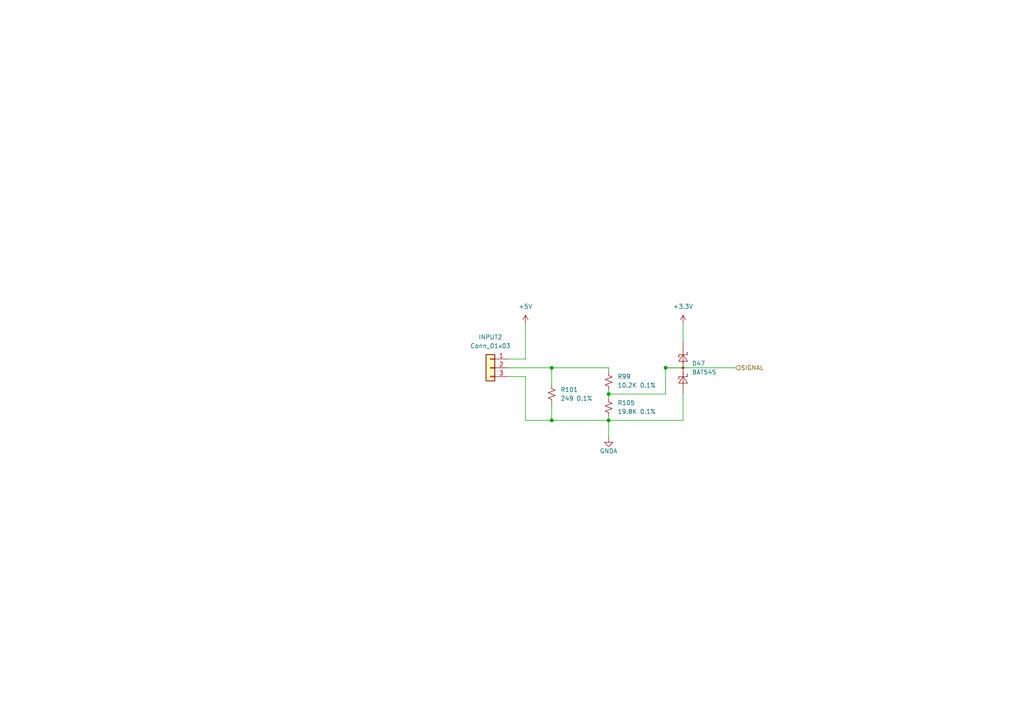
<source format=kicad_sch>
(kicad_sch (version 20231120) (generator "eeschema") (generator_version "8.0")
  (paper "A4")
  (lib_symbols
    (symbol "Connector_Generic:Conn_01x03" (pin_names (offset 1.016) hide)
      (property "Reference" "J" (at 0 5.08 0))
      (property "Value" "Conn_01x03" (at 0 -5.08 0))
      (symbol "Conn_01x03_1_1"
        (rectangle (start -1.27 -2.413) (end 0 -2.667) (stroke (width 0.1524)))
        (rectangle (start -1.27 0.127) (end 0 -0.127) (stroke (width 0.1524)))
        (rectangle (start -1.27 2.667) (end 0 2.413) (stroke (width 0.1524)))
        (rectangle (start -1.27 3.81) (end 1.27 -3.81) (stroke (width 0.254)) (fill (type background)))
        (pin passive line (at -5.08 2.54 0) (length 3.81) (name "Pin_1") (number "1"))
        (pin passive line (at -5.08 0 0) (length 3.81) (name "Pin_2") (number "2"))
        (pin passive line (at -5.08 -2.54 0) (length 3.81) (name "Pin_3") (number "3"))
      )
    )
    (symbol "Device:R_Small_US" (pin_numbers hide) (pin_names (offset 0.254) hide)
      (property "Reference" "R" (at 0.762 0.508 0))
      (property "Value" "R_Small_US" (at 0.762 -1.016 0))
      (symbol "R_Small_US_1_1"
        (polyline (pts (xy 0 0) (xy 1.016 -0.381) (xy 0 -0.762) (xy -1.016 -1.143) (xy 0 -1.524)))
        (polyline (pts (xy 0 1.524) (xy 1.016 1.143) (xy 0 0.762) (xy -1.016 0.381) (xy 0 0)))
        (pin passive line (at 0 2.54 270) (length 1.016) (name "~") (number "1"))
        (pin passive line (at 0 -2.54 90) (length 1.016) (name "~") (number "2"))
      )
    )
    (symbol "Diode:BAT54S" (pin_numbers hide) (pin_names (offset 0) hide)
      (property "Reference" "D" (at 2.54 -5.08 0))
      (property "Value" "BAT54S" (at -6.35 3.175 0))
      (symbol "BAT54S_0_1"
        (polyline (pts (xy -3.81 0) (xy -1.27 0)))
        (polyline (pts (xy -3.175 -1.27) (xy -3.175 -1.016)))
        (polyline (pts (xy -2.54 -1.27) (xy -3.175 -1.27)))
        (polyline (pts (xy -2.54 -1.27) (xy -2.54 1.27)))
        (polyline (pts (xy -2.54 1.27) (xy -1.905 1.27)))
        (polyline (pts (xy -1.905 0) (xy 1.905 0)))
        (polyline (pts (xy -1.905 1.27) (xy -1.905 1.016)))
        (polyline (pts (xy 1.27 0) (xy 3.81 0)))
        (polyline (pts (xy 3.175 -1.27) (xy 3.175 -1.016)))
        (polyline (pts (xy 3.81 -1.27) (xy 3.175 -1.27)))
        (polyline (pts (xy 3.81 -1.27) (xy 3.81 1.27)))
        (polyline (pts (xy 3.81 1.27) (xy 4.445 1.27)))
        (polyline (pts (xy 4.445 1.27) (xy 4.445 1.016)))
        (polyline (pts (xy -4.445 1.27) (xy -4.445 -1.27) (xy -2.54 0) (xy -4.445 1.27)))
        (polyline (pts (xy 1.905 1.27) (xy 1.905 -1.27) (xy 3.81 0) (xy 1.905 1.27)))
        (circle (center 0 0) (radius 0.254) (fill (type outline)))
      )
      (symbol "BAT54S_1_1"
        (pin passive line (at -7.62 0 0) (length 3.81) (name "A") (number "1"))
        (pin passive line (at 7.62 0 180) (length 3.81) (name "K") (number "2"))
        (pin passive line (at 0 -5.08 90) (length 5.08) (name "COM") (number "3"))
      )
    )
    (symbol "power:+3.3V" (power) (pin_names (offset 0))
      (property "Value" "+3.3V" (at 0 3.556 0))
      (symbol "+3.3V_0_1"
        (polyline (pts (xy -0.762 1.27) (xy 0 2.54)))
        (polyline (pts (xy 0 0) (xy 0 2.54)))
        (polyline (pts (xy 0 2.54) (xy 0.762 1.27)))
      )
      (symbol "+3.3V_1_1"
        (pin power_in line (at 0 0 90) (length 0) hide (name "+3.3V") (number "1"))
      )
    )
    (symbol "power:+5V" (power) (pin_names (offset 0))
      (property "Value" "+5V" (at 0 3.556 0))
      (symbol "+5V_0_1"
        (polyline (pts (xy -0.762 1.27) (xy 0 2.54)))
        (polyline (pts (xy 0 0) (xy 0 2.54)))
        (polyline (pts (xy 0 2.54) (xy 0.762 1.27)))
      )
      (symbol "+5V_1_1"
        (pin power_in line (at 0 0 90) (length 0) hide (name "+5V") (number "1"))
      )
    )
    (symbol "power:GNDA" (power) (pin_names (offset 0))
      (property "Value" "GNDA" (at 0 -3.81 0))
      (symbol "GNDA_0_1"
        (polyline (pts (xy 0 0) (xy 0 -1.27) (xy 1.27 -1.27) (xy 0 -2.54) (xy -1.27 -1.27) (xy 0 -1.27)))
      )
      (symbol "GNDA_1_1"
        (pin power_in line (at 0 0 270) (length 0) hide (name "GNDA") (number "1"))
      )
    )
  )
  (junction (at 193.04 106.68))
  (junction (at 160.02 121.92))
  (junction (at 176.53 114.3))
  (junction (at 176.53 121.92))
  (junction (at 160.02 106.68))
  (wire (pts (xy 176.53 114.3) (xy 176.53 115.57)))
  (wire (pts (xy 176.53 121.92) (xy 198.12 121.92)))
  (wire (pts (xy 198.12 121.92) (xy 198.12 114.3)))
  (wire (pts (xy 193.04 106.68) (xy 213.36 106.68)))
  (wire (pts (xy 176.53 107.95) (xy 176.53 106.68)))
  (wire (pts (xy 152.4 93.98) (xy 152.4 104.14)))
  (wire (pts (xy 160.02 116.84) (xy 160.02 121.92)))
  (wire (pts (xy 147.32 106.68) (xy 160.02 106.68)))
  (wire (pts (xy 160.02 106.68) (xy 176.53 106.68)))
  (wire (pts (xy 152.4 109.22) (xy 152.4 121.92)))
  (wire (pts (xy 193.04 106.68) (xy 193.04 114.3)))
  (wire (pts (xy 160.02 121.92) (xy 176.53 121.92)))
  (wire (pts (xy 176.53 113.03) (xy 176.53 114.3)))
  (wire (pts (xy 152.4 121.92) (xy 160.02 121.92)))
  (wire (pts (xy 147.32 104.14) (xy 152.4 104.14)))
  (wire (pts (xy 160.02 106.68) (xy 160.02 111.76)))
  (wire (pts (xy 193.04 114.3) (xy 176.53 114.3)))
  (wire (pts (xy 176.53 121.92) (xy 176.53 120.65)))
  (wire (pts (xy 198.12 93.98) (xy 198.12 99.06)))
  (wire (pts (xy 176.53 127) (xy 176.53 121.92)))
  (wire (pts (xy 152.4 109.22) (xy 147.32 109.22)))
  (hierarchical_label "SIGNAL" (shape input) (at 213.36 106.68 0))
  (symbol (lib_id "Device:R_Small_US") (at 176.53 110.49 180) (unit 1)
    (property "Reference" "R99" (at 179.07 109.22 0) (effects (justify right)))
    (property "Value" "10.2K 0.1%" (at 179.07 111.76 0) (effects (justify right)))
    (property "Footprint" "Resistor_SMD:R_0805_2012Metric_Pad1.20x1.40mm_HandSolder" (effects (hide yes)))
    (property "LCSC" "C865134" (effects (hide yes)))
    (instances (project "8ch-mosfet" (path "" (reference "R99") (unit 1)) (path "" (reference "R97") (unit 1)) (path "" (reference "R102") (unit 1)) (path "" (reference "R100") (unit 1))))
  )
  (symbol (lib_id "power:+5V") (at 152.4 93.98 0) (unit 1)
    (property "Reference" "#PWR094" (effects (hide yes)))
    (property "Value" "+5V" (at 152.4 88.9 0))
    (instances (project "8ch-mosfet" (path "" (reference "#PWR094") (unit 1)) (path "" (reference "#PWR092") (unit 1)) (path "" (reference "#PWR097") (unit 1)) (path "" (reference "#PWR095") (unit 1))))
  )
  (symbol (lib_id "power:GNDA") (at 176.53 127 0) (unit 1)
    (property "Reference" "#PWR096" (effects (hide yes)))
    (property "Value" "GNDA" (at 176.53 130.81 0))
    (instances (project "8ch-mosfet" (path "" (reference "#PWR096") (unit 1)) (path "" (reference "#PWR093") (unit 1)) (path "" (reference "#PWR0102") (unit 1)) (path "" (reference "#PWR099") (unit 1))))
  )
  (symbol (lib_id "Connector_Generic:Conn_01x03") (at 142.24 106.68 0) (mirror y) (unit 1)
    (property "Reference" "INPUT4" (at 142.24 97.79 0))
    (property "Value" "Conn_01x03" (at 142.24 100.33 0))
    (property "Footprint" "Connector_JST:JST_PH_B3B-PH-K_1x03_P2.00mm_Vertical" (effects (hide yes)))
    (property "Description" "Generic connector, single row, 01x03, script generated (kicad-library-utils/schlib/autogen/connector/)" (effects (hide yes)))
    (instances (project "" (path "" (reference "INPUT2") (unit 1)) (path "" (reference "INPUT1") (unit 1)) (path "" (reference "INPUT4") (unit 1)) (path "" (reference "INPUT3") (unit 1))))
  )
  (symbol (lib_id "Device:R_Small_US") (at 176.53 118.11 180) (unit 1)
    (property "Reference" "R105" (at 179.07 116.84 0) (effects (justify right)))
    (property "Value" "19.8K 0.1%" (at 179.07 119.38 0) (effects (justify right)))
    (property "Footprint" "Resistor_SMD:R_0805_2012Metric_Pad1.20x1.40mm_HandSolder" (effects (hide yes)))
    (instances (project "8ch-mosfet" (path "" (reference "R105") (unit 1)) (path "" (reference "R103") (unit 1)) (path "" (reference "R108") (unit 1)) (path "" (reference "R106") (unit 1))))
  )
  (symbol (lib_id "Diode:BAT54S") (at 198.12 106.68 270) (mirror x) (unit 1)
    (property "Reference" "D47" (at 200.66 105.41 90) (effects (justify left)))
    (property "Value" "BAT54S" (at 200.66 107.95 90) (effects (justify left)))
    (property "Footprint" "Package_TO_SOT_SMD:SOT-23" (effects (hide yes)))
    (property "Datasheet" "https://www.diodes.com/assets/Datasheets/ds11005.pdf" (effects (hide yes)))
    (property "LCSC" "C727126" (effects (hide yes)))
    (instances (project "8ch-mosfet" (path "" (reference "D47") (unit 1)) (path "" (reference "D46") (unit 1)) (path "" (reference "D49") (unit 1)) (path "" (reference "D48") (unit 1))))
  )
  (symbol (lib_id "Device:R_Small_US") (at 160.02 114.3 180) (unit 1)
    (property "Reference" "R101" (at 162.56 113.03 0) (effects (justify right)))
    (property "Value" "249 0.1%" (at 162.56 115.57 0) (effects (justify right)))
    (property "Footprint" "Resistor_SMD:R_0805_2012Metric_Pad1.20x1.40mm_HandSolder" (effects (hide yes)))
    (instances (project "8ch-mosfet" (path "" (reference "R101") (unit 1)) (path "" (reference "R98") (unit 1)) (path "" (reference "R107") (unit 1)) (path "" (reference "R104") (unit 1))))
  )
  (symbol (lib_id "power:+3.3V") (at 198.12 93.98 0) (unit 1)
    (property "Reference" "#PWR098" (effects (hide yes)))
    (property "Value" "+3.3V" (at 198.12 88.9 0))
    (instances (project "8ch-mosfet" (path "" (reference "#PWR0100") (unit 1)) (path "" (reference "#PWR098") (unit 1)) (path "" (reference "#PWR0103") (unit 1)) (path "" (reference "#PWR0101") (unit 1))))
  )
)
</source>
